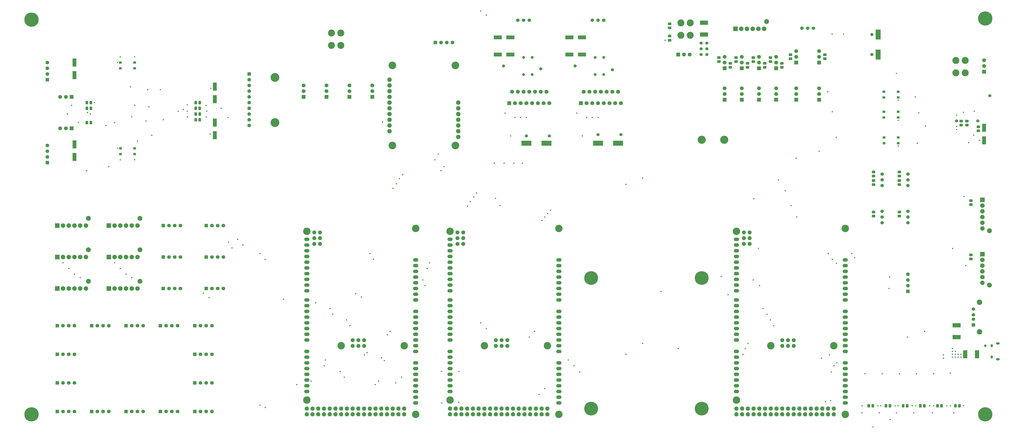
<source format=gbr>
%TF.GenerationSoftware,Altium Limited,Altium Designer,21.6.4 (81)*%
G04 Layer_Color=16711935*
%FSLAX26Y26*%
%MOIN*%
%TF.SameCoordinates,892991E7-994B-4F78-B437-02A20B6E2807*%
%TF.FilePolarity,Negative*%
%TF.FileFunction,Soldermask,Bot*%
%TF.Part,Single*%
G01*
G75*
%TA.AperFunction,ComponentPad*%
%ADD36C,0.060000*%
%ADD46C,0.070000*%
%ADD47R,0.070000X0.070000*%
%TA.AperFunction,SMDPad,CuDef*%
G04:AMPARAMS|DCode=85|XSize=59mil|YSize=47mil|CornerRadius=9.955mil|HoleSize=0mil|Usage=FLASHONLY|Rotation=0.000|XOffset=0mil|YOffset=0mil|HoleType=Round|Shape=RoundedRectangle|*
%AMROUNDEDRECTD85*
21,1,0.059000,0.027090,0,0,0.0*
21,1,0.039090,0.047000,0,0,0.0*
1,1,0.019910,0.019545,-0.013545*
1,1,0.019910,-0.019545,-0.013545*
1,1,0.019910,-0.019545,0.013545*
1,1,0.019910,0.019545,0.013545*
%
%ADD85ROUNDEDRECTD85*%
G04:AMPARAMS|DCode=86|XSize=59mil|YSize=47mil|CornerRadius=9.955mil|HoleSize=0mil|Usage=FLASHONLY|Rotation=90.000|XOffset=0mil|YOffset=0mil|HoleType=Round|Shape=RoundedRectangle|*
%AMROUNDEDRECTD86*
21,1,0.059000,0.027090,0,0,90.0*
21,1,0.039090,0.047000,0,0,90.0*
1,1,0.019910,0.013545,0.019545*
1,1,0.019910,0.013545,-0.019545*
1,1,0.019910,-0.013545,-0.019545*
1,1,0.019910,-0.013545,0.019545*
%
%ADD86ROUNDEDRECTD86*%
%ADD87R,0.047307X0.039433*%
%TA.AperFunction,ComponentPad*%
%ADD88C,0.064000*%
%ADD89R,0.064000X0.064000*%
%ADD90C,0.085102*%
%ADD91C,0.079000*%
%ADD92R,0.079000X0.079000*%
%ADD93C,0.240220*%
%ADD94C,0.051244*%
%ADD95C,0.094551*%
%ADD96C,0.060221*%
%ADD97R,0.060221X0.060221*%
%ADD98C,0.249606*%
%ADD99C,0.122110*%
%ADD100R,0.066992X0.066992*%
%ADD101C,0.066992*%
%ADD102R,0.063055X0.063055*%
%ADD103C,0.063055*%
%ADD104C,0.078000*%
%ADD105C,0.134000*%
G04:AMPARAMS|DCode=106|XSize=41.339mil|YSize=64.961mil|CornerRadius=20.669mil|HoleSize=0mil|Usage=FLASHONLY|Rotation=270.000|XOffset=0mil|YOffset=0mil|HoleType=Round|Shape=RoundedRectangle|*
%AMROUNDEDRECTD106*
21,1,0.041339,0.023622,0,0,270.0*
21,1,0.000000,0.064961,0,0,270.0*
1,1,0.041339,-0.011811,0.000000*
1,1,0.041339,-0.011811,0.000000*
1,1,0.041339,0.011811,0.000000*
1,1,0.041339,0.011811,0.000000*
%
%ADD106ROUNDEDRECTD106*%
G04:AMPARAMS|DCode=107|XSize=53.15mil|YSize=41.339mil|CornerRadius=20.669mil|HoleSize=0mil|Usage=FLASHONLY|Rotation=270.000|XOffset=0mil|YOffset=0mil|HoleType=Round|Shape=RoundedRectangle|*
%AMROUNDEDRECTD107*
21,1,0.053150,0.000000,0,0,270.0*
21,1,0.011811,0.041339,0,0,270.0*
1,1,0.041339,0.000000,-0.005906*
1,1,0.041339,0.000000,0.005906*
1,1,0.041339,0.000000,0.005906*
1,1,0.041339,0.000000,-0.005906*
%
%ADD107ROUNDEDRECTD107*%
%ADD108O,0.093600X0.060000*%
%ADD109C,0.129980*%
G04:AMPARAMS|DCode=110|XSize=70mil|YSize=70mil|CornerRadius=0mil|HoleSize=0mil|Usage=FLASHONLY|Rotation=0.000|XOffset=0mil|YOffset=0mil|HoleType=Round|Shape=Octagon|*
%AMOCTAGOND110*
4,1,8,0.035000,-0.017500,0.035000,0.017500,0.017500,0.035000,-0.017500,0.035000,-0.035000,0.017500,-0.035000,-0.017500,-0.017500,-0.035000,0.017500,-0.035000,0.035000,-0.017500,0.0*
%
%ADD110OCTAGOND110*%

G04:AMPARAMS|DCode=111|XSize=65.02mil|YSize=65.02mil|CornerRadius=0mil|HoleSize=0mil|Usage=FLASHONLY|Rotation=90.000|XOffset=0mil|YOffset=0mil|HoleType=Round|Shape=Octagon|*
%AMOCTAGOND111*
4,1,8,0.016255,0.032510,-0.016255,0.032510,-0.032510,0.016255,-0.032510,-0.016255,-0.016255,-0.032510,0.016255,-0.032510,0.032510,-0.016255,0.032510,0.016255,0.016255,0.032510,0.0*
%
%ADD111OCTAGOND111*%

G04:AMPARAMS|DCode=112|XSize=65.02mil|YSize=65.02mil|CornerRadius=0mil|HoleSize=0mil|Usage=FLASHONLY|Rotation=0.000|XOffset=0mil|YOffset=0mil|HoleType=Round|Shape=Octagon|*
%AMOCTAGOND112*
4,1,8,0.032510,-0.016255,0.032510,0.016255,0.016255,0.032510,-0.016255,0.032510,-0.032510,0.016255,-0.032510,-0.016255,-0.016255,-0.032510,0.016255,-0.032510,0.032510,-0.016255,0.0*
%
%ADD112OCTAGOND112*%

%TA.AperFunction,SMDPad,CuDef*%
%ADD113R,0.066992X0.141795*%
%ADD114R,0.090614X0.177228*%
%TA.AperFunction,ComponentPad*%
%ADD115C,0.141795*%
%TA.AperFunction,SMDPad,CuDef*%
%ADD116R,0.141795X0.074079*%
%ADD117R,0.141795X0.066992*%
%ADD118R,0.177228X0.090614*%
%TA.AperFunction,ComponentPad*%
%ADD119R,0.066992X0.066992*%
%ADD120R,0.064000X0.064000*%
%TA.AperFunction,SMDPad,CuDef*%
%ADD121R,0.074079X0.141795*%
%TA.AperFunction,ComponentPad*%
%ADD122R,0.079000X0.079000*%
%TA.AperFunction,WasherPad*%
%ADD123C,0.154000*%
%TA.AperFunction,ViaPad*%
%ADD124C,0.024000*%
%ADD125C,0.054000*%
%ADD126C,0.044000*%
D36*
X13750000Y7050000D02*
D03*
X13850000D02*
D03*
X13950000D02*
D03*
X10090000Y7190000D02*
D03*
X10190000D02*
D03*
X10290000D02*
D03*
X8790000D02*
D03*
X8890000D02*
D03*
X8990000D02*
D03*
X15600000Y3850000D02*
D03*
Y3750000D02*
D03*
Y3650000D02*
D03*
X15150000D02*
D03*
Y3750000D02*
D03*
Y3850000D02*
D03*
Y4300000D02*
D03*
Y4400000D02*
D03*
Y4500000D02*
D03*
X15600000Y4300000D02*
D03*
Y4400000D02*
D03*
Y4500000D02*
D03*
D46*
X10590000Y5740000D02*
D03*
X10540000Y5940000D02*
D03*
X10490000Y5740000D02*
D03*
X10440000Y5940000D02*
D03*
X10390000Y5740000D02*
D03*
X10340000Y5940000D02*
D03*
X10290000Y5740000D02*
D03*
X10240000Y5940000D02*
D03*
X10190000Y5740000D02*
D03*
X10140000Y5940000D02*
D03*
X10090000Y5740000D02*
D03*
X10040000Y5940000D02*
D03*
X9990000Y5740000D02*
D03*
X9940000Y5940000D02*
D03*
X9340000Y5740000D02*
D03*
X9290000Y5940000D02*
D03*
X9240000Y5740000D02*
D03*
X9190000Y5940000D02*
D03*
X9140000Y5740000D02*
D03*
X9090000Y5940000D02*
D03*
X9040000Y5740000D02*
D03*
X8990000Y5940000D02*
D03*
X8940000Y5740000D02*
D03*
X8890000Y5940000D02*
D03*
X8840000Y5740000D02*
D03*
X8790000Y5940000D02*
D03*
X8740000Y5740000D02*
D03*
X8690000Y5940000D02*
D03*
D47*
X9890000Y5740000D02*
D03*
X8640000D02*
D03*
D85*
X12800000Y6435500D02*
D03*
Y6364500D02*
D03*
X16830000Y5254500D02*
D03*
Y5325500D02*
D03*
X16530001Y5354500D02*
D03*
Y5425500D02*
D03*
X16629999D02*
D03*
Y5354500D02*
D03*
X16699995Y3014506D02*
D03*
Y3085506D02*
D03*
X16700001Y3964500D02*
D03*
Y4035500D02*
D03*
X15450000Y3764500D02*
D03*
Y3835500D02*
D03*
X15000000Y3764500D02*
D03*
Y3835500D02*
D03*
X11440000Y7125500D02*
D03*
Y7054500D02*
D03*
Y6911000D02*
D03*
Y6840000D02*
D03*
X15000000Y4314500D02*
D03*
Y4385500D02*
D03*
Y4464500D02*
D03*
Y4535500D02*
D03*
X15450000Y4314500D02*
D03*
Y4385500D02*
D03*
Y4464500D02*
D03*
Y4535500D02*
D03*
X13550394Y6585500D02*
D03*
Y6514500D02*
D03*
X14150000D02*
D03*
Y6585500D02*
D03*
X12300000Y6464500D02*
D03*
Y6535500D02*
D03*
X12900000Y6464500D02*
D03*
Y6535500D02*
D03*
X12500000Y6435500D02*
D03*
Y6364500D02*
D03*
X13100000Y6435500D02*
D03*
Y6364500D02*
D03*
X13200000Y6464500D02*
D03*
Y6535500D02*
D03*
X12600000Y6464500D02*
D03*
Y6535500D02*
D03*
X13400000Y6435500D02*
D03*
Y6364500D02*
D03*
D86*
X3164500Y5650000D02*
D03*
X3235500D02*
D03*
Y5750000D02*
D03*
X3164500D02*
D03*
X1264500Y5400000D02*
D03*
X1335500D02*
D03*
X3164500Y5550000D02*
D03*
X3235500D02*
D03*
Y5450000D02*
D03*
X3164500D02*
D03*
X1335500Y5650000D02*
D03*
X1264500D02*
D03*
Y5750000D02*
D03*
X1335500D02*
D03*
X14914500Y450000D02*
D03*
X14985500D02*
D03*
X15214500Y450011D02*
D03*
X15285500D02*
D03*
X15514500Y450000D02*
D03*
X15585500D02*
D03*
X15814500D02*
D03*
X15885500D02*
D03*
X16114500Y450003D02*
D03*
X16185499D02*
D03*
X16428213Y450000D02*
D03*
X16499212D02*
D03*
D87*
X2098032Y6350000D02*
D03*
Y6450000D02*
D03*
X1850000Y6350000D02*
D03*
Y6450000D02*
D03*
X15430000Y5040000D02*
D03*
Y5140000D02*
D03*
X15181969Y5040000D02*
D03*
Y5140000D02*
D03*
X15428031Y5490000D02*
D03*
Y5590000D02*
D03*
X15180000Y5490000D02*
D03*
Y5590000D02*
D03*
X15428031Y5840000D02*
D03*
Y5940000D02*
D03*
X15180000Y5840000D02*
D03*
Y5940000D02*
D03*
X1851968Y4950000D02*
D03*
Y4850000D02*
D03*
X2100000Y4950000D02*
D03*
Y4850000D02*
D03*
D88*
X3650000Y2500000D02*
D03*
X3550000D02*
D03*
X3450000D02*
D03*
X575000Y4800000D02*
D03*
Y4900000D02*
D03*
Y5000000D02*
D03*
Y6450000D02*
D03*
Y6350000D02*
D03*
Y6250000D02*
D03*
X3450000Y1850000D02*
D03*
X3350000D02*
D03*
X3250000D02*
D03*
X850000D02*
D03*
X950000D02*
D03*
X1050000D02*
D03*
X1450000D02*
D03*
X1550000D02*
D03*
X1650000D02*
D03*
X2050000D02*
D03*
X2150000D02*
D03*
X2250000D02*
D03*
X2650000D02*
D03*
X2750000D02*
D03*
X2850000D02*
D03*
X3250000Y1350000D02*
D03*
X3350000D02*
D03*
X3450000D02*
D03*
X1050000Y350000D02*
D03*
X950000D02*
D03*
X850000D02*
D03*
X1650000D02*
D03*
X1550000D02*
D03*
X1450000D02*
D03*
X2250000D02*
D03*
X2150000D02*
D03*
X2050000D02*
D03*
X2850000D02*
D03*
X2750000D02*
D03*
X2650000D02*
D03*
X850000Y1350000D02*
D03*
X950000D02*
D03*
X1050000D02*
D03*
X850000Y850000D02*
D03*
X950000D02*
D03*
X1050000D02*
D03*
X3250000Y350000D02*
D03*
X3350000D02*
D03*
X3450000D02*
D03*
X3250000Y850000D02*
D03*
X3350000D02*
D03*
X3450000D02*
D03*
X7450000Y6800000D02*
D03*
X7550000D02*
D03*
X7650000D02*
D03*
X2700000Y2500000D02*
D03*
X2800000D02*
D03*
X2900000D02*
D03*
X2700000Y3050000D02*
D03*
X2800000D02*
D03*
X2900000D02*
D03*
X2700000Y3600000D02*
D03*
X2800000D02*
D03*
X2900000D02*
D03*
X3650000D02*
D03*
X3550000D02*
D03*
X3450000D02*
D03*
X3650000Y3050000D02*
D03*
X3550000D02*
D03*
X3450000D02*
D03*
X15600000Y2550000D02*
D03*
Y2650000D02*
D03*
Y2750000D02*
D03*
D89*
X3350000Y2500000D02*
D03*
X3150000Y1850000D02*
D03*
X750000D02*
D03*
X1350000D02*
D03*
X1950000D02*
D03*
X2550000D02*
D03*
X3150000Y1350000D02*
D03*
X750000Y350000D02*
D03*
X1350000D02*
D03*
X1950000D02*
D03*
X2550000D02*
D03*
X750000Y1350000D02*
D03*
Y850000D02*
D03*
X3150000Y350000D02*
D03*
Y850000D02*
D03*
X7350000Y6800000D02*
D03*
X2600000Y2500000D02*
D03*
Y3050000D02*
D03*
Y3600000D02*
D03*
X3350000D02*
D03*
Y3050000D02*
D03*
D90*
X1292126Y3174016D02*
D03*
X17024015Y2557874D02*
D03*
Y3507874D02*
D03*
X1292126Y3724016D02*
D03*
Y2624016D02*
D03*
X2192126Y3724016D02*
D03*
Y2624016D02*
D03*
X13132126Y7164016D02*
D03*
X2192126Y3174016D02*
D03*
D91*
X1250000Y3050000D02*
D03*
X1150000D02*
D03*
X1050000D02*
D03*
X950000D02*
D03*
X850000D02*
D03*
X16900000Y3000000D02*
D03*
Y2900000D02*
D03*
Y2800000D02*
D03*
Y2700000D02*
D03*
Y2600000D02*
D03*
Y3550000D02*
D03*
Y3650000D02*
D03*
Y3750000D02*
D03*
Y3850000D02*
D03*
Y3950000D02*
D03*
X850000Y3600000D02*
D03*
X950000D02*
D03*
X1050000D02*
D03*
X1150000D02*
D03*
X1250000D02*
D03*
X850000Y2500000D02*
D03*
X950000D02*
D03*
X1050000D02*
D03*
X1150000D02*
D03*
X1250000D02*
D03*
X2150000Y3600000D02*
D03*
X2050000D02*
D03*
X1950000D02*
D03*
X1850000D02*
D03*
X1750000D02*
D03*
Y2500000D02*
D03*
X1850000D02*
D03*
X1950000D02*
D03*
X2050000D02*
D03*
X2150000D02*
D03*
X13090000Y7040000D02*
D03*
X12990000D02*
D03*
X12890000D02*
D03*
X12790000D02*
D03*
X12690000D02*
D03*
X1750000Y3050000D02*
D03*
X1850000D02*
D03*
X1950000D02*
D03*
X2050000D02*
D03*
X2150000D02*
D03*
D92*
X750000D02*
D03*
Y3600000D02*
D03*
Y2500000D02*
D03*
X1650000Y3600000D02*
D03*
Y2500000D02*
D03*
X12590000Y7040000D02*
D03*
X1650000Y3050000D02*
D03*
D93*
X12000000Y400000D02*
D03*
Y2683465D02*
D03*
X10070866Y400000D02*
D03*
Y2683465D02*
D03*
D94*
X10140000Y6240000D02*
D03*
Y6540000D02*
D03*
X10290000Y6240000D02*
D03*
Y6540000D02*
D03*
X9040000Y6240000D02*
D03*
Y6540000D02*
D03*
X8890000Y6240000D02*
D03*
Y6540000D02*
D03*
D95*
X16850393Y2258661D02*
D03*
Y1741339D02*
D03*
D96*
X16743702Y2137795D02*
D03*
Y2039370D02*
D03*
Y1960630D02*
D03*
D97*
Y1862205D02*
D03*
D98*
X300000Y300000D02*
D03*
Y7200000D02*
D03*
X16950001Y7220000D02*
D03*
Y300000D02*
D03*
D99*
X5534646Y6966535D02*
D03*
X5700000D02*
D03*
Y6750000D02*
D03*
X5534646D02*
D03*
X11634646Y7141535D02*
D03*
X11800000D02*
D03*
Y6925000D02*
D03*
X11634646D02*
D03*
X16434647Y6486535D02*
D03*
X16600000D02*
D03*
Y6270000D02*
D03*
X16434647D02*
D03*
D100*
X12700000Y6350000D02*
D03*
Y5800000D02*
D03*
X16930000Y6290000D02*
D03*
X13650000Y6450000D02*
D03*
X14050000D02*
D03*
X13650000Y5800000D02*
D03*
X14050000D02*
D03*
X5450000Y5850000D02*
D03*
X5850000D02*
D03*
X6250000D02*
D03*
X5050000D02*
D03*
X12400000Y6350000D02*
D03*
X13000000D02*
D03*
X13300000D02*
D03*
X12400000Y5800000D02*
D03*
X13000000D02*
D03*
X13300000D02*
D03*
D101*
X12700000Y6450000D02*
D03*
Y6550000D02*
D03*
Y6000000D02*
D03*
Y5900000D02*
D03*
X16930000Y6390000D02*
D03*
Y6490000D02*
D03*
X800000Y5300000D02*
D03*
X900000D02*
D03*
Y5850000D02*
D03*
X800000D02*
D03*
X11790000Y6590000D02*
D03*
X11690000D02*
D03*
X13650000Y6650000D02*
D03*
Y6550000D02*
D03*
X14050000Y6650000D02*
D03*
Y6550000D02*
D03*
X13650000Y5900000D02*
D03*
Y6000000D02*
D03*
X14050000Y5900000D02*
D03*
Y6000000D02*
D03*
X5450000Y5950000D02*
D03*
Y6050000D02*
D03*
X5850000Y5950000D02*
D03*
Y6050000D02*
D03*
X6250000Y5950000D02*
D03*
Y6050000D02*
D03*
X5050000Y5950000D02*
D03*
Y6050000D02*
D03*
X12400000Y6450000D02*
D03*
Y6550000D02*
D03*
X13000000Y6450000D02*
D03*
Y6550000D02*
D03*
X13300000Y6450000D02*
D03*
Y6550000D02*
D03*
X12400000Y5900000D02*
D03*
Y6000000D02*
D03*
X13000000D02*
D03*
Y5900000D02*
D03*
X13300000Y6000000D02*
D03*
Y5900000D02*
D03*
D102*
X4100000Y6250000D02*
D03*
D103*
Y6150000D02*
D03*
Y5950000D02*
D03*
Y5850000D02*
D03*
Y5750000D02*
D03*
Y5650000D02*
D03*
Y5550000D02*
D03*
Y5450000D02*
D03*
Y5350000D02*
D03*
Y6050000D02*
D03*
D104*
X6550000Y6150000D02*
D03*
Y6050000D02*
D03*
Y5950000D02*
D03*
Y5850000D02*
D03*
Y5750000D02*
D03*
Y5650000D02*
D03*
Y5550000D02*
D03*
Y5450000D02*
D03*
Y5350000D02*
D03*
Y5250000D02*
D03*
X7750000Y5150000D02*
D03*
Y5250000D02*
D03*
Y5350000D02*
D03*
Y5450000D02*
D03*
Y5550000D02*
D03*
Y5650000D02*
D03*
Y5750000D02*
D03*
D105*
X7700000Y6400000D02*
D03*
Y5000000D02*
D03*
X6600000Y6400000D02*
D03*
Y5000000D02*
D03*
D106*
X17170000Y1262205D02*
D03*
Y1537795D02*
D03*
D107*
X17063702Y1301575D02*
D03*
Y1498425D02*
D03*
D108*
X5106299Y1200000D02*
D03*
Y1300000D02*
D03*
Y1400000D02*
D03*
Y1600000D02*
D03*
Y1100000D02*
D03*
Y3260000D02*
D03*
Y3360000D02*
D03*
Y3160000D02*
D03*
Y3060000D02*
D03*
Y700000D02*
D03*
Y800000D02*
D03*
Y900000D02*
D03*
Y1000000D02*
D03*
Y2300000D02*
D03*
Y2960000D02*
D03*
Y2660000D02*
D03*
Y2460000D02*
D03*
Y2560000D02*
D03*
Y2860000D02*
D03*
Y2760000D02*
D03*
Y2000000D02*
D03*
Y1700000D02*
D03*
Y1800000D02*
D03*
Y1900000D02*
D03*
Y2100000D02*
D03*
Y2200000D02*
D03*
X7006299Y3000000D02*
D03*
Y2900000D02*
D03*
Y2800000D02*
D03*
Y2700000D02*
D03*
Y2600000D02*
D03*
Y2500000D02*
D03*
Y2400000D02*
D03*
Y2300000D02*
D03*
Y1200000D02*
D03*
Y1400000D02*
D03*
Y2100000D02*
D03*
Y1900000D02*
D03*
Y1600000D02*
D03*
Y1800000D02*
D03*
Y1700000D02*
D03*
Y1500000D02*
D03*
Y2000000D02*
D03*
Y1100000D02*
D03*
Y1000000D02*
D03*
Y900000D02*
D03*
Y800000D02*
D03*
Y700000D02*
D03*
Y600000D02*
D03*
Y500000D02*
D03*
X7606299Y1200000D02*
D03*
Y1300000D02*
D03*
Y1400000D02*
D03*
Y1600000D02*
D03*
Y1100000D02*
D03*
Y3260000D02*
D03*
Y3360000D02*
D03*
Y3160000D02*
D03*
Y3060000D02*
D03*
Y700000D02*
D03*
Y800000D02*
D03*
Y900000D02*
D03*
Y1000000D02*
D03*
Y2300000D02*
D03*
Y2960000D02*
D03*
Y2660000D02*
D03*
Y2460000D02*
D03*
Y2560000D02*
D03*
Y2860000D02*
D03*
Y2760000D02*
D03*
Y2000000D02*
D03*
Y1700000D02*
D03*
Y1800000D02*
D03*
Y1900000D02*
D03*
Y2100000D02*
D03*
Y2200000D02*
D03*
X9506299Y3000000D02*
D03*
Y2900000D02*
D03*
Y2800000D02*
D03*
Y2700000D02*
D03*
Y2600000D02*
D03*
Y2500000D02*
D03*
Y2400000D02*
D03*
Y2300000D02*
D03*
Y1200000D02*
D03*
Y1400000D02*
D03*
Y2100000D02*
D03*
Y1900000D02*
D03*
Y1600000D02*
D03*
Y1800000D02*
D03*
Y1700000D02*
D03*
Y1500000D02*
D03*
Y2000000D02*
D03*
Y1100000D02*
D03*
Y1000000D02*
D03*
Y900000D02*
D03*
Y800000D02*
D03*
Y700000D02*
D03*
Y600000D02*
D03*
Y500000D02*
D03*
X12606299Y1200000D02*
D03*
Y1300000D02*
D03*
Y1400000D02*
D03*
Y1600000D02*
D03*
Y1100000D02*
D03*
Y3260000D02*
D03*
Y3360000D02*
D03*
Y3160000D02*
D03*
Y3060000D02*
D03*
Y700000D02*
D03*
Y800000D02*
D03*
Y900000D02*
D03*
Y1000000D02*
D03*
Y2300000D02*
D03*
Y2960000D02*
D03*
Y2660000D02*
D03*
Y2460000D02*
D03*
Y2560000D02*
D03*
Y2860000D02*
D03*
Y2760000D02*
D03*
Y2000000D02*
D03*
Y1700000D02*
D03*
Y1800000D02*
D03*
Y1900000D02*
D03*
Y2100000D02*
D03*
Y2200000D02*
D03*
X14506299Y3000000D02*
D03*
Y2900000D02*
D03*
Y2800000D02*
D03*
Y2700000D02*
D03*
Y2600000D02*
D03*
Y2500000D02*
D03*
Y2400000D02*
D03*
Y2300000D02*
D03*
Y1200000D02*
D03*
Y1400000D02*
D03*
Y2100000D02*
D03*
Y1900000D02*
D03*
Y1600000D02*
D03*
Y1800000D02*
D03*
Y1700000D02*
D03*
Y1500000D02*
D03*
Y2000000D02*
D03*
Y1100000D02*
D03*
Y1000000D02*
D03*
Y900000D02*
D03*
Y800000D02*
D03*
Y700000D02*
D03*
Y600000D02*
D03*
Y500000D02*
D03*
D109*
X5706299Y1500000D02*
D03*
X5106299Y550000D02*
D03*
Y3500000D02*
D03*
X7006299Y3550000D02*
D03*
Y300000D02*
D03*
X6806299Y1500000D02*
D03*
X8206299D02*
D03*
X7606299Y550000D02*
D03*
Y3500000D02*
D03*
X9506299Y3550000D02*
D03*
Y300000D02*
D03*
X9306299Y1500000D02*
D03*
X13206299D02*
D03*
X12606299Y550000D02*
D03*
Y3500000D02*
D03*
X14506299Y3550000D02*
D03*
Y300000D02*
D03*
X14306299Y1500000D02*
D03*
D110*
X5106299Y300000D02*
D03*
Y400000D02*
D03*
X5606299Y300000D02*
D03*
X5706299Y400000D02*
D03*
X5806299D02*
D03*
Y300000D02*
D03*
X5206299Y400000D02*
D03*
Y300000D02*
D03*
X5306299Y400000D02*
D03*
Y300000D02*
D03*
X5406299Y400000D02*
D03*
Y300000D02*
D03*
X5506299Y400000D02*
D03*
Y300000D02*
D03*
X5606299Y400000D02*
D03*
X5706299Y300000D02*
D03*
X6306299Y400000D02*
D03*
X6406299D02*
D03*
Y300000D02*
D03*
X6506299Y400000D02*
D03*
Y300000D02*
D03*
X6606299Y400000D02*
D03*
Y300000D02*
D03*
X6706299Y400000D02*
D03*
Y300000D02*
D03*
X6806299Y400000D02*
D03*
Y300000D02*
D03*
X6306299D02*
D03*
X5906299Y400000D02*
D03*
Y300000D02*
D03*
X6006299Y400000D02*
D03*
Y300000D02*
D03*
X6106299Y400000D02*
D03*
Y300000D02*
D03*
X6206299Y400000D02*
D03*
Y300000D02*
D03*
X7606299D02*
D03*
Y400000D02*
D03*
X8106299Y300000D02*
D03*
X8206299Y400000D02*
D03*
X8306299D02*
D03*
Y300000D02*
D03*
X7706299Y400000D02*
D03*
Y300000D02*
D03*
X7806299Y400000D02*
D03*
Y300000D02*
D03*
X7906299Y400000D02*
D03*
Y300000D02*
D03*
X8006299Y400000D02*
D03*
Y300000D02*
D03*
X8106299Y400000D02*
D03*
X8206299Y300000D02*
D03*
X8806299Y400000D02*
D03*
X8906299D02*
D03*
Y300000D02*
D03*
X9006299Y400000D02*
D03*
Y300000D02*
D03*
X9106299Y400000D02*
D03*
Y300000D02*
D03*
X9206299Y400000D02*
D03*
Y300000D02*
D03*
X9306299Y400000D02*
D03*
Y300000D02*
D03*
X8806299D02*
D03*
X8406299Y400000D02*
D03*
Y300000D02*
D03*
X8506299Y400000D02*
D03*
Y300000D02*
D03*
X8606299Y400000D02*
D03*
Y300000D02*
D03*
X8706299Y400000D02*
D03*
Y300000D02*
D03*
X12606299D02*
D03*
Y400000D02*
D03*
X13106299Y300000D02*
D03*
X13206299Y400000D02*
D03*
X13306299D02*
D03*
Y300000D02*
D03*
X12706299Y400000D02*
D03*
Y300000D02*
D03*
X12806299Y400000D02*
D03*
Y300000D02*
D03*
X12906299Y400000D02*
D03*
Y300000D02*
D03*
X13006299Y400000D02*
D03*
Y300000D02*
D03*
X13106299Y400000D02*
D03*
X13206299Y300000D02*
D03*
X13806299Y400000D02*
D03*
X13906299D02*
D03*
Y300000D02*
D03*
X14006299Y400000D02*
D03*
Y300000D02*
D03*
X14106299Y400000D02*
D03*
Y300000D02*
D03*
X14206299Y400000D02*
D03*
Y300000D02*
D03*
X14306299Y400000D02*
D03*
Y300000D02*
D03*
X13806299D02*
D03*
X13406299Y400000D02*
D03*
Y300000D02*
D03*
X13506299Y400000D02*
D03*
Y300000D02*
D03*
X13606299Y400000D02*
D03*
Y300000D02*
D03*
X13706299Y400000D02*
D03*
Y300000D02*
D03*
D111*
X5336299Y3280000D02*
D03*
X5236299Y3380000D02*
D03*
X5336299D02*
D03*
X5236299Y3480000D02*
D03*
X5336299D02*
D03*
X5236299Y3280000D02*
D03*
X7836299D02*
D03*
X7736299Y3380000D02*
D03*
X7836299D02*
D03*
X7736299Y3480000D02*
D03*
X7836299D02*
D03*
X7736299Y3280000D02*
D03*
X12836299D02*
D03*
X12736299Y3380000D02*
D03*
X12836299D02*
D03*
X12736299Y3480000D02*
D03*
X12836299D02*
D03*
X12736299Y3280000D02*
D03*
D112*
X5906299Y1595000D02*
D03*
Y1495000D02*
D03*
X6006299Y1595000D02*
D03*
Y1495000D02*
D03*
X6106299D02*
D03*
Y1595000D02*
D03*
X8406299D02*
D03*
Y1495000D02*
D03*
X8506299Y1595000D02*
D03*
Y1495000D02*
D03*
X8606299D02*
D03*
Y1595000D02*
D03*
X13406299D02*
D03*
Y1495000D02*
D03*
X13506299Y1595000D02*
D03*
Y1495000D02*
D03*
X13606299D02*
D03*
Y1595000D02*
D03*
D113*
X3500000Y5179528D02*
D03*
Y5400000D02*
D03*
X16930000Y5090000D02*
D03*
Y5310472D02*
D03*
X3500000Y6030000D02*
D03*
Y5809528D02*
D03*
X1050000Y6450000D02*
D03*
Y6229528D02*
D03*
Y5020472D02*
D03*
Y4800000D02*
D03*
D114*
X15080000Y6590000D02*
D03*
Y6940394D02*
D03*
D115*
X12000000Y5100000D02*
D03*
X12393701D02*
D03*
D116*
X16450001Y1855906D02*
D03*
Y1650000D02*
D03*
X12040000Y6940000D02*
D03*
Y7145905D02*
D03*
D117*
X9690000Y6590000D02*
D03*
X9910472D02*
D03*
X8440000Y6890000D02*
D03*
X8660472D02*
D03*
X8440000Y6590000D02*
D03*
X8660472D02*
D03*
X9690000Y6890000D02*
D03*
X9910472D02*
D03*
D118*
X8940000Y5040000D02*
D03*
X9290394D02*
D03*
X10190000D02*
D03*
X10540394D02*
D03*
D119*
X1000000Y5300000D02*
D03*
Y5850000D02*
D03*
X11590000Y6590000D02*
D03*
D120*
X575000Y4700000D02*
D03*
Y6150000D02*
D03*
X15600000Y2450000D02*
D03*
D121*
X16600000Y1350000D02*
D03*
X16805906D02*
D03*
D122*
X16900000Y3100000D02*
D03*
Y4050000D02*
D03*
D123*
X4550000Y5400000D02*
D03*
Y6190000D02*
D03*
D124*
X4930000Y820000D02*
D03*
X6300000D02*
D03*
X6060000Y2350000D02*
D03*
X3400000Y2340000D02*
D03*
X4700000Y2310000D02*
D03*
X16570000Y450000D02*
D03*
X16340000D02*
D03*
X16280001D02*
D03*
X2050000Y2690000D02*
D03*
X1150000D02*
D03*
X3990000Y3260000D02*
D03*
X3900000Y3360000D02*
D03*
X14050000Y4900000D02*
D03*
X14210000Y3110000D02*
D03*
X14200000Y5940000D02*
D03*
X14280000Y3010000D02*
D03*
Y5590000D02*
D03*
X14350000Y2940000D02*
D03*
Y5140000D02*
D03*
X8380000Y4690000D02*
D03*
X8550000D02*
D03*
X8720000D02*
D03*
X8870000D02*
D03*
X6430000Y5410000D02*
D03*
X9210000Y3690000D02*
D03*
X9260000Y3750000D02*
D03*
X9310000Y3810000D02*
D03*
X9360000Y3870000D02*
D03*
X7500000Y4630000D02*
D03*
X7340000Y4750000D02*
D03*
X1650000Y4630000D02*
D03*
X7910000Y3940000D02*
D03*
X7960000Y4020000D02*
D03*
X8020000Y4100000D02*
D03*
X8070000Y4170000D02*
D03*
X6720000Y4420000D02*
D03*
X6670000Y4330000D02*
D03*
X6610000Y4250000D02*
D03*
X6780000Y4490000D02*
D03*
X13650000Y4775000D02*
D03*
X8475000Y3950000D02*
D03*
X8400000Y4075000D02*
D03*
X4290000Y3110000D02*
D03*
X6270000Y3010000D02*
D03*
X6210000Y3110000D02*
D03*
X4380000Y3010000D02*
D03*
X4290000Y460000D02*
D03*
X4380000Y420000D02*
D03*
X14360000Y1200000D02*
D03*
X14310000Y1150000D02*
D03*
X14990000Y80000D02*
D03*
X15290000Y210000D02*
D03*
X15890000Y1750000D02*
D03*
X15590000Y1650000D02*
D03*
X8990000D02*
D03*
X9080000Y1750000D02*
D03*
X16219999Y1340000D02*
D03*
Y1280000D02*
D03*
X14230000Y1340000D02*
D03*
X14090000Y1280000D02*
D03*
X12990000Y3200000D02*
D03*
X16379999D02*
D03*
X12910000Y4070000D02*
D03*
X13010000Y2550000D02*
D03*
X12900000Y2650000D02*
D03*
X14670000Y3040000D02*
D03*
X14620000Y3110000D02*
D03*
X13560000Y3950000D02*
D03*
X13660000Y3750000D02*
D03*
X13460000Y4210000D02*
D03*
X13340000Y4400000D02*
D03*
X12340000Y2710000D02*
D03*
X12460000Y2390000D02*
D03*
X7400000Y4850000D02*
D03*
X7450000Y4560000D02*
D03*
X11290000Y2450000D02*
D03*
X10970000Y1540000D02*
D03*
X10680000Y1350000D02*
D03*
X12720000D02*
D03*
X10680000Y4320000D02*
D03*
X10970000Y4430000D02*
D03*
X11590000Y1450000D02*
D03*
X11360000Y6840000D02*
D03*
X12810000Y1540000D02*
D03*
X12760000Y1450000D02*
D03*
X13260000Y1850000D02*
D03*
X13200000Y1950000D02*
D03*
X13140000Y2050000D02*
D03*
X13070000Y2150000D02*
D03*
X8240000Y1800000D02*
D03*
X8140000Y7350000D02*
D03*
X8240000Y7280000D02*
D03*
X8140000Y1900000D02*
D03*
X1260000Y4560000D02*
D03*
X7250000Y2950000D02*
D03*
X7210000Y2850000D02*
D03*
X7130000Y2650000D02*
D03*
X7170000Y2550000D02*
D03*
X7760000Y1050000D02*
D03*
Y510000D02*
D03*
X5960000Y2410000D02*
D03*
X3300000Y2420000D02*
D03*
X3800000Y3210000D02*
D03*
X3740000Y3310000D02*
D03*
X6360000Y880000D02*
D03*
X5180000D02*
D03*
X5760000Y950000D02*
D03*
X5690000Y1050000D02*
D03*
X5410000Y1150000D02*
D03*
X5430000Y1250000D02*
D03*
X6410000Y1290000D02*
D03*
X6460000Y1240000D02*
D03*
X6110000Y1340000D02*
D03*
X6160000Y1380000D02*
D03*
X6560000Y1750000D02*
D03*
X6510000Y1690000D02*
D03*
X5860000Y1850000D02*
D03*
X5800000Y1950000D02*
D03*
X5510000Y2150000D02*
D03*
X5560000Y2050000D02*
D03*
X5260000Y2250000D02*
D03*
X9670000Y1250000D02*
D03*
X14260000Y1040000D02*
D03*
X9770000Y1150000D02*
D03*
X9870000Y1040000D02*
D03*
X7460000Y1050000D02*
D03*
Y500000D02*
D03*
X6660000Y850000D02*
D03*
X6760000Y950000D02*
D03*
X9160000Y650000D02*
D03*
X9260000Y750000D02*
D03*
X14850000Y1010000D02*
D03*
X15150000D02*
D03*
X15450000D02*
D03*
X15750000D02*
D03*
X16049999D02*
D03*
X16340000Y1020000D02*
D03*
X14250000Y540000D02*
D03*
X14160000Y520000D02*
D03*
X1950000Y2750000D02*
D03*
X1850000Y2850000D02*
D03*
X1750000Y2950000D02*
D03*
X1050000Y2750000D02*
D03*
X950000Y2850000D02*
D03*
X850000Y2950000D02*
D03*
X1850000Y4750000D02*
D03*
X2100000D02*
D03*
X1800000Y4950000D02*
D03*
X1600000Y5350000D02*
D03*
X1120000Y5400000D02*
D03*
X1750000D02*
D03*
X2050000Y5500000D02*
D03*
X1325000Y5550000D02*
D03*
X925000D02*
D03*
X1275000Y5575000D02*
D03*
X1000000Y5700000D02*
D03*
X1400000Y5750000D02*
D03*
X2025000Y6025000D02*
D03*
X1800000Y6450000D02*
D03*
X1850000Y6550000D02*
D03*
X2150000Y5075000D02*
D03*
X2400000Y5175000D02*
D03*
X3420000Y5200000D02*
D03*
X2300000Y5425000D02*
D03*
X2600000Y5450000D02*
D03*
X3730000Y5490000D02*
D03*
X3020000Y5500000D02*
D03*
X3350000D02*
D03*
X2860000Y5600000D02*
D03*
X3360000D02*
D03*
X3020000D02*
D03*
X2950000Y5630000D02*
D03*
X3610000Y5650000D02*
D03*
X2350000Y5675000D02*
D03*
X2100000Y5700000D02*
D03*
X3350000D02*
D03*
X3020000Y5710000D02*
D03*
X2325000Y5975000D02*
D03*
X2550000D02*
D03*
X3430000Y6000000D02*
D03*
X2100000Y6550000D02*
D03*
X15400000Y6260000D02*
D03*
X16580000Y4110000D02*
D03*
X16610001Y2900000D02*
D03*
X15270000Y2500000D02*
D03*
X15280000Y2700000D02*
D03*
X14275000Y6945000D02*
D03*
X14475000D02*
D03*
X15430000Y5440000D02*
D03*
Y4990000D02*
D03*
Y5790000D02*
D03*
X15763892Y5040000D02*
D03*
X15905000Y5340000D02*
D03*
X15790000Y5570000D02*
D03*
X15730000Y5850000D02*
D03*
X16450001Y5530000D02*
D03*
Y5330000D02*
D03*
Y5280000D02*
D03*
X16660000Y5050000D02*
D03*
X16570000Y5580000D02*
D03*
X16760000Y5600000D02*
D03*
X16750000Y5180000D02*
D03*
X16850000Y5090000D02*
D03*
X8740000Y5490000D02*
D03*
X8940000D02*
D03*
X8665000Y5165000D02*
D03*
X8565000Y5565000D02*
D03*
X8840000Y5490000D02*
D03*
X9990000D02*
D03*
X10190000D02*
D03*
X9915000Y5165000D02*
D03*
X9815000Y5565000D02*
D03*
X10090000Y5490000D02*
D03*
X15975000Y450000D02*
D03*
X15675000D02*
D03*
X15375000D02*
D03*
X15425000D02*
D03*
X15125000D02*
D03*
X16049999D02*
D03*
X16025000Y325000D02*
D03*
X15735500Y450000D02*
D03*
X14800000D02*
D03*
X15075000D02*
D03*
X16375000Y1450000D02*
D03*
X16424999Y1400000D02*
D03*
X16375000D02*
D03*
Y1300000D02*
D03*
X16424999D02*
D03*
X16475000D02*
D03*
X16525000D02*
D03*
X16375000Y1350000D02*
D03*
X16424999D02*
D03*
X16475000D02*
D03*
X16525000D02*
D03*
X16400000Y325000D02*
D03*
X15700000D02*
D03*
X15400000D02*
D03*
X15100000Y325006D02*
D03*
X14800000Y325000D02*
D03*
D125*
X16820000Y5430000D02*
D03*
X16450001D02*
D03*
X14970000Y6940000D02*
D03*
Y6590000D02*
D03*
X17030001Y5870000D02*
D03*
X9340000Y5165000D02*
D03*
X10590000Y5190000D02*
D03*
X10440000Y6322500D02*
D03*
X9790000Y6390000D02*
D03*
X8540000D02*
D03*
X9190000Y6339000D02*
D03*
X8940000Y5165000D02*
D03*
X10190000Y5190000D02*
D03*
X12090000Y6790000D02*
D03*
X11990000D02*
D03*
Y6690000D02*
D03*
X12090000D02*
D03*
Y6590000D02*
D03*
X11990000D02*
D03*
D126*
X16950001Y1500000D02*
D03*
%TF.MD5,3f1181b1572f46f502ac898bf1e1faf1*%
M02*

</source>
